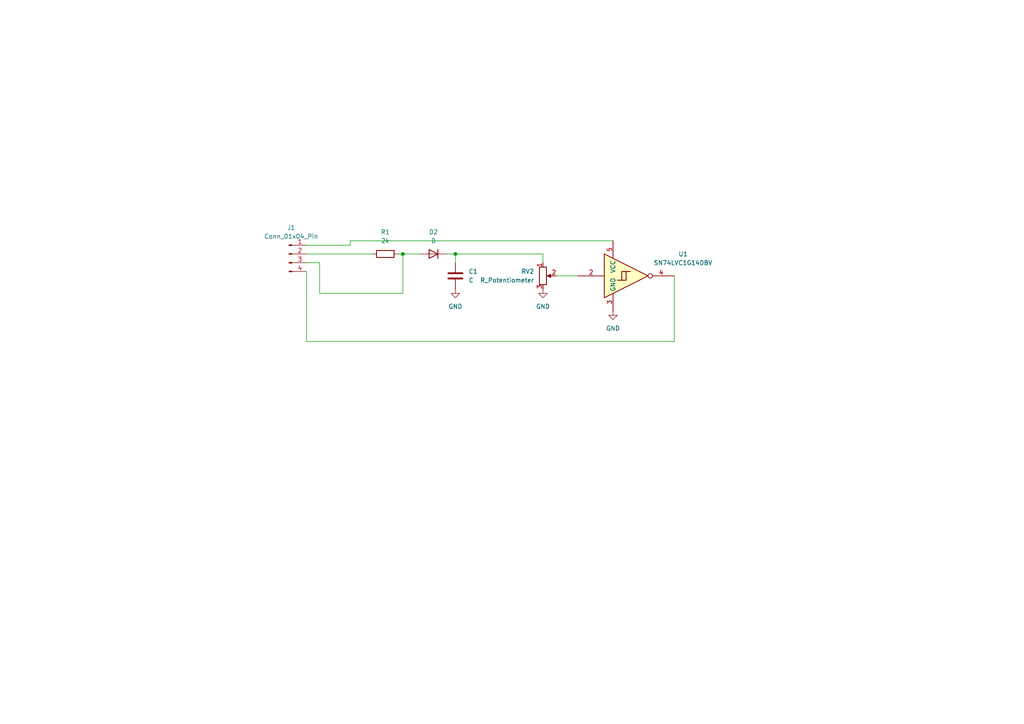
<source format=kicad_sch>
(kicad_sch (version 20231120) (generator "eeschema") (generator_version "8.0")
  (paper "A4")
  (lib_symbols
    (symbol "74xGxx:SN74LVC1G14DBV"
      (property "Reference" "U" (at 0 3.81 0))
      (property "Value" "SN74LVC1G14DBV" (at 0 -3.81 0))
      (symbol "SN74LVC1G14DBV_0_1"
        (polyline (pts (xy -7.62 6.35) (xy -7.62 -6.35) (xy 5.08 0) (xy -7.62 6.35)) (stroke (width 0.254)) (fill (type background)))
      )
      (symbol "SN74LVC1G14DBV_1_1"
        (polyline (pts (xy -3.81 -1.27) (xy -1.27 -1.27) (xy -1.27 1.27)) (stroke (width 0.254)))
        (polyline (pts (xy -2.54 -1.27) (xy -2.54 1.27) (xy 0 1.27)) (stroke (width 0.254)))
        (pin no_connect line (at -7.62 5.08 180) (length 5.08) hide (name "NC") (number "1"))
        (pin input line (at -15.24 0 0) (length 7.62) (name "~") (number "2"))
        (pin power_in line (at -5.08 -10.16 90) (length 5.08) (name "GND") (number "3"))
        (pin output inverted (at 12.7 0 180) (length 7.62) (name "~") (number "4"))
        (pin power_in line (at -5.08 10.16 270) (length 5.08) (name "VCC") (number "5"))
      )
    )
    (symbol "Connector:Conn_01x04_Pin" (pin_names (offset 1.016) hide)
      (property "Reference" "J" (at 0 5.08 0))
      (property "Value" "Conn_01x04_Pin" (at 0 -7.62 0))
      (symbol "Conn_01x04_Pin_1_1"
        (polyline (pts (xy 1.27 -5.08) (xy 0.8636 -5.08)) (stroke (width 0.1524)))
        (polyline (pts (xy 1.27 -2.54) (xy 0.8636 -2.54)) (stroke (width 0.1524)))
        (polyline (pts (xy 1.27 0) (xy 0.8636 0)) (stroke (width 0.1524)))
        (polyline (pts (xy 1.27 2.54) (xy 0.8636 2.54)) (stroke (width 0.1524)))
        (rectangle (start 0.8636 -4.953) (end 0 -5.207) (stroke (width 0.1524)) (fill (type outline)))
        (rectangle (start 0.8636 -2.413) (end 0 -2.667) (stroke (width 0.1524)) (fill (type outline)))
        (rectangle (start 0.8636 0.127) (end 0 -0.127) (stroke (width 0.1524)) (fill (type outline)))
        (rectangle (start 0.8636 2.667) (end 0 2.413) (stroke (width 0.1524)) (fill (type outline)))
        (pin passive line (at 5.08 2.54 180) (length 3.81) (name "Pin_1") (number "1"))
        (pin passive line (at 5.08 0 180) (length 3.81) (name "Pin_2") (number "2"))
        (pin passive line (at 5.08 -2.54 180) (length 3.81) (name "Pin_3") (number "3"))
        (pin passive line (at 5.08 -5.08 180) (length 3.81) (name "Pin_4") (number "4"))
      )
    )
    (symbol "Device:C" (pin_numbers hide) (pin_names (offset 0.254))
      (property "Reference" "C" (at 0.635 2.54 0))
      (property "Value" "C" (at 0.635 -2.54 0))
      (symbol "C_0_1"
        (polyline (pts (xy -2.032 -0.762) (xy 2.032 -0.762)) (stroke (width 0.508)))
        (polyline (pts (xy -2.032 0.762) (xy 2.032 0.762)) (stroke (width 0.508)))
      )
      (symbol "C_1_1"
        (pin passive line (at 0 3.81 270) (length 2.794) (name "~") (number "1"))
        (pin passive line (at 0 -3.81 90) (length 2.794) (name "~") (number "2"))
      )
    )
    (symbol "Device:D" (pin_numbers hide) (pin_names (offset 1.016) hide)
      (property "Reference" "D" (at 0 2.54 0))
      (property "Value" "D" (at 0 -2.54 0))
      (symbol "D_0_1"
        (polyline (pts (xy -1.27 1.27) (xy -1.27 -1.27)) (stroke (width 0.254)))
        (polyline (pts (xy 1.27 0) (xy -1.27 0)))
        (polyline (pts (xy 1.27 1.27) (xy 1.27 -1.27) (xy -1.27 0) (xy 1.27 1.27)) (stroke (width 0.254)))
      )
      (symbol "D_1_1"
        (pin passive line (at -3.81 0 0) (length 2.54) (name "K") (number "1"))
        (pin passive line (at 3.81 0 180) (length 2.54) (name "A") (number "2"))
      )
    )
    (symbol "Device:R" (pin_numbers hide) (pin_names (offset 0))
      (property "Reference" "R" (at 2.032 0 90))
      (property "Value" "R" (at 0 0 90))
      (symbol "R_0_1"
        (rectangle (start -1.016 -2.54) (end 1.016 2.54) (stroke (width 0.254)))
      )
      (symbol "R_1_1"
        (pin passive line (at 0 3.81 270) (length 1.27) (name "~") (number "1"))
        (pin passive line (at 0 -3.81 90) (length 1.27) (name "~") (number "2"))
      )
    )
    (symbol "Device:R_Potentiometer" (pin_names (offset 1.016) hide)
      (property "Reference" "RV" (at -4.445 0 90))
      (property "Value" "R_Potentiometer" (at -2.54 0 90))
      (symbol "R_Potentiometer_0_1"
        (polyline (pts (xy 2.54 0) (xy 1.524 0)))
        (polyline (pts (xy 1.143 0) (xy 2.286 0.508) (xy 2.286 -0.508) (xy 1.143 0)) (fill (type outline)))
        (rectangle (start 1.016 2.54) (end -1.016 -2.54) (stroke (width 0.254)))
      )
      (symbol "R_Potentiometer_1_1"
        (pin passive line (at 0 3.81 270) (length 1.27) (name "1") (number "1"))
        (pin passive line (at 3.81 0 180) (length 1.27) (name "2") (number "2"))
        (pin passive line (at 0 -3.81 90) (length 1.27) (name "3") (number "3"))
      )
    )
    (symbol "power:GND" (power) (pin_numbers hide) (pin_names (offset 0) hide)
      (property "Value" "GND" (at 0 -3.81 0))
      (symbol "GND_0_1"
        (polyline (pts (xy 0 0) (xy 0 -1.27) (xy 1.27 -1.27) (xy 0 -2.54) (xy -1.27 -1.27) (xy 0 -1.27)))
      )
      (symbol "GND_1_1"
        (pin power_in line (at 0 0 270) (length 0) (name "~") (number "1"))
      )
    )
  )
  (junction (at 116.84 73.66))
  (junction (at 132.08 73.66))
  (wire (pts (xy 132.08 73.66) (xy 157.48 73.66)))
  (wire (pts (xy 116.84 73.66) (xy 116.84 85.09)))
  (wire (pts (xy 116.84 73.66) (xy 121.92 73.66)))
  (wire (pts (xy 88.9 78.74) (xy 88.9 99.06)))
  (wire (pts (xy 92.71 85.09) (xy 92.71 76.2)))
  (wire (pts (xy 157.48 73.66) (xy 157.48 76.2)))
  (wire (pts (xy 92.71 76.2) (xy 88.9 76.2)))
  (wire (pts (xy 161.29 80.01) (xy 167.64 80.01)))
  (wire (pts (xy 115.57 73.66) (xy 116.84 73.66)))
  (wire (pts (xy 129.54 73.66) (xy 132.08 73.66)))
  (wire (pts (xy 132.08 73.66) (xy 132.08 76.2)))
  (wire (pts (xy 88.9 73.66) (xy 107.95 73.66)))
  (wire (pts (xy 88.9 99.06) (xy 195.58 99.06)))
  (wire (pts (xy 195.58 80.01) (xy 195.58 99.06)))
  (wire (pts (xy 101.6 69.85) (xy 101.6 71.12)))
  (wire (pts (xy 116.84 85.09) (xy 92.71 85.09)))
  (wire (pts (xy 177.8 69.85) (xy 101.6 69.85)))
  (wire (pts (xy 88.9 71.12) (xy 101.6 71.12)))
  (symbol (lib_id "Connector:Conn_01x04_Pin") (at 83.82 73.66 0) (unit 1)
    (property "Reference" "J1" (at 84.455 66.04 0))
    (property "Value" "Conn_01x04_Pin" (at 84.455 68.58 0))
    (property "Footprint" "Connector_Wire:SolderWire-1.5sqmm_1x04_P6mm_D1.7mm_OD3mm" (effects (hide yes)))
    (property "Description" "Generic connector, single row, 01x04, script generated" (effects (hide yes)))
  )
  (symbol (lib_id "Device:R_Potentiometer") (at 157.48 80.01 0) (unit 1)
    (property "Reference" "RV2" (at 154.94 78.7399 0) (effects (justify right)))
    (property "Value" "R_Potentiometer" (at 154.94 81.2799 0) (effects (justify right)))
    (property "Description" "Potentiometer" (effects (hide yes)))
  )
  (symbol (lib_id "74xGxx:SN74LVC1G14DBV") (at 182.88 80.01 0) (unit 1)
    (property "Reference" "U1" (at 198.12 73.6914 0))
    (property "Value" "SN74LVC1G14DBV" (at 198.12 76.2314 0))
    (property "Footprint" "Package_TO_SOT_SMD:SOT-23-5" (effects (hide yes)))
    (property "Datasheet" "https://www.ti.com/lit/ds/symlink/sn74lvc1g14.pdf" (effects (hide yes)))
    (property "Description" "Single Schmitt NOT Gate, Low-Voltage CMOS, SOT-23" (effects (hide yes)))
  )
  (symbol (lib_id "Device:C") (at 132.08 80.01 0) (unit 1)
    (property "Reference" "C1" (at 135.89 78.7399 0) (effects (justify left)))
    (property "Value" "C" (at 135.89 81.2799 0) (effects (justify left)))
    (property "Description" "Unpolarized capacitor" (effects (hide yes)))
  )
  (symbol (lib_id "Device:R") (at 111.76 73.66 90) (unit 1)
    (property "Reference" "R1" (at 111.76 67.31 90))
    (property "Value" "2k" (at 111.76 69.85 90))
    (property "Description" "Resistor" (effects (hide yes)))
  )
  (symbol (lib_id "Device:D") (at 125.73 73.66 180) (unit 1)
    (property "Reference" "D2" (at 125.73 67.31 0))
    (property "Value" "D" (at 125.73 69.85 0))
    (property "Description" "Diode" (effects (hide yes)))
    (property "Sim.Device" "D" (effects (hide yes)))
    (property "Sim.Pins" "1=K 2=A" (effects (hide yes)))
  )
  (symbol (lib_id "power:GND") (at 177.8 90.17 0) (unit 1)
    (property "Reference" "#PWR08" (effects (hide yes)))
    (property "Value" "GND" (at 177.8 95.25 0))
    (property "Description" "Power symbol creates a global label with name \"GND\" , ground" (effects (hide yes)))
  )
  (symbol (lib_id "power:GND") (at 132.08 83.82 0) (unit 1)
    (property "Reference" "#PWR01" (effects (hide yes)))
    (property "Value" "GND" (at 132.08 88.9 0))
    (property "Description" "Power symbol creates a global label with name \"GND\" , ground" (effects (hide yes)))
  )
  (symbol (lib_id "power:GND") (at 157.48 83.82 0) (unit 1)
    (property "Reference" "#PWR03" (effects (hide yes)))
    (property "Value" "GND" (at 157.48 88.9 0))
    (property "Description" "Power symbol creates a global label with name \"GND\" , ground" (effects (hide yes)))
  )
)
</source>
